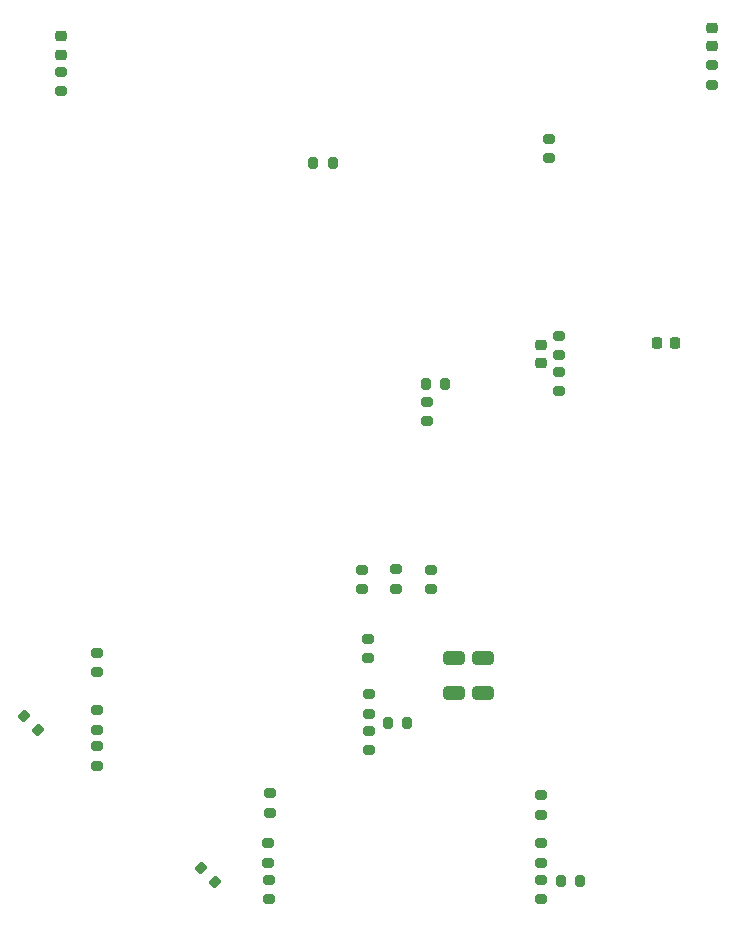
<source format=gbr>
%TF.GenerationSoftware,KiCad,Pcbnew,(6.0.2)*%
%TF.CreationDate,2022-03-08T08:53:00-06:00*%
%TF.ProjectId,FundamentalsRobot,46756e64-616d-4656-9e74-616c73526f62,rev?*%
%TF.SameCoordinates,Original*%
%TF.FileFunction,Paste,Top*%
%TF.FilePolarity,Positive*%
%FSLAX46Y46*%
G04 Gerber Fmt 4.6, Leading zero omitted, Abs format (unit mm)*
G04 Created by KiCad (PCBNEW (6.0.2)) date 2022-03-08 08:53:00*
%MOMM*%
%LPD*%
G01*
G04 APERTURE LIST*
G04 Aperture macros list*
%AMRoundRect*
0 Rectangle with rounded corners*
0 $1 Rounding radius*
0 $2 $3 $4 $5 $6 $7 $8 $9 X,Y pos of 4 corners*
0 Add a 4 corners polygon primitive as box body*
4,1,4,$2,$3,$4,$5,$6,$7,$8,$9,$2,$3,0*
0 Add four circle primitives for the rounded corners*
1,1,$1+$1,$2,$3*
1,1,$1+$1,$4,$5*
1,1,$1+$1,$6,$7*
1,1,$1+$1,$8,$9*
0 Add four rect primitives between the rounded corners*
20,1,$1+$1,$2,$3,$4,$5,0*
20,1,$1+$1,$4,$5,$6,$7,0*
20,1,$1+$1,$6,$7,$8,$9,0*
20,1,$1+$1,$8,$9,$2,$3,0*%
G04 Aperture macros list end*
%ADD10RoundRect,0.200000X0.275000X-0.200000X0.275000X0.200000X-0.275000X0.200000X-0.275000X-0.200000X0*%
%ADD11RoundRect,0.200000X-0.335876X-0.053033X-0.053033X-0.335876X0.335876X0.053033X0.053033X0.335876X0*%
%ADD12RoundRect,0.200000X-0.275000X0.200000X-0.275000X-0.200000X0.275000X-0.200000X0.275000X0.200000X0*%
%ADD13RoundRect,0.200000X0.200000X0.275000X-0.200000X0.275000X-0.200000X-0.275000X0.200000X-0.275000X0*%
%ADD14RoundRect,0.250000X-0.650000X0.325000X-0.650000X-0.325000X0.650000X-0.325000X0.650000X0.325000X0*%
%ADD15RoundRect,0.225000X0.225000X0.250000X-0.225000X0.250000X-0.225000X-0.250000X0.225000X-0.250000X0*%
%ADD16RoundRect,0.225000X-0.250000X0.225000X-0.250000X-0.225000X0.250000X-0.225000X0.250000X0.225000X0*%
%ADD17RoundRect,0.225000X0.250000X-0.225000X0.250000X0.225000X-0.250000X0.225000X-0.250000X-0.225000X0*%
G04 APERTURE END LIST*
D10*
%TO.C,R13*%
X103015000Y-65170000D03*
X103015000Y-63520000D03*
%TD*%
D11*
%TO.C,R17*%
X114916637Y-130916637D03*
X116083363Y-132083363D03*
%TD*%
D12*
%TO.C,R4*%
X145210000Y-85845000D03*
X145210000Y-87495000D03*
%TD*%
D13*
%TO.C,R27*%
X147005000Y-132045000D03*
X145355000Y-132045000D03*
%TD*%
D14*
%TO.C,C4*%
X136290000Y-113145000D03*
X136290000Y-116095000D03*
%TD*%
D13*
%TO.C,R10*%
X135555000Y-89925000D03*
X133905000Y-89925000D03*
%TD*%
D10*
%TO.C,R24*%
X134380000Y-107320000D03*
X134380000Y-105670000D03*
%TD*%
D15*
%TO.C,C2*%
X155025000Y-86430000D03*
X153475000Y-86430000D03*
%TD*%
D10*
%TO.C,R23*%
X131420000Y-107290000D03*
X131420000Y-105640000D03*
%TD*%
%TO.C,R18*%
X120720000Y-126235000D03*
X120720000Y-124585000D03*
%TD*%
%TO.C,R26*%
X143710000Y-126400000D03*
X143710000Y-124750000D03*
%TD*%
D12*
%TO.C,R25*%
X143670000Y-131900000D03*
X143670000Y-133550000D03*
%TD*%
D13*
%TO.C,R3*%
X126035000Y-71190000D03*
X124385000Y-71190000D03*
%TD*%
D16*
%TO.C,C3*%
X103020000Y-60490000D03*
X103020000Y-62040000D03*
%TD*%
D17*
%TO.C,C1*%
X143640000Y-88145000D03*
X143640000Y-86595000D03*
%TD*%
D13*
%TO.C,R14*%
X132375000Y-118645000D03*
X130725000Y-118645000D03*
%TD*%
D14*
%TO.C,C6*%
X138800000Y-113150000D03*
X138800000Y-116100000D03*
%TD*%
D10*
%TO.C,R20*%
X120590000Y-130490000D03*
X120590000Y-128840000D03*
%TD*%
D12*
%TO.C,R6*%
X106060000Y-120595000D03*
X106060000Y-122245000D03*
%TD*%
%TO.C,R16*%
X158195000Y-62965000D03*
X158195000Y-64615000D03*
%TD*%
%TO.C,R9*%
X129100000Y-119275000D03*
X129100000Y-120925000D03*
%TD*%
D10*
%TO.C,R2*%
X106060000Y-114325000D03*
X106060000Y-112675000D03*
%TD*%
%TO.C,R7*%
X106060000Y-119225000D03*
X106060000Y-117575000D03*
%TD*%
%TO.C,R15*%
X144380000Y-70825000D03*
X144380000Y-69175000D03*
%TD*%
D11*
%TO.C,R1*%
X99896637Y-118041637D03*
X101063363Y-119208363D03*
%TD*%
D12*
%TO.C,R11*%
X134040000Y-91450000D03*
X134040000Y-93100000D03*
%TD*%
D10*
%TO.C,R8*%
X129120000Y-117855000D03*
X129120000Y-116205000D03*
%TD*%
D12*
%TO.C,R5*%
X145210000Y-88905000D03*
X145210000Y-90555000D03*
%TD*%
D10*
%TO.C,R21*%
X143680000Y-130470000D03*
X143680000Y-128820000D03*
%TD*%
D16*
%TO.C,C5*%
X158195000Y-59765000D03*
X158195000Y-61315000D03*
%TD*%
D10*
%TO.C,R22*%
X128530000Y-107320000D03*
X128530000Y-105670000D03*
%TD*%
D12*
%TO.C,R19*%
X120660000Y-131910000D03*
X120660000Y-133560000D03*
%TD*%
D10*
%TO.C,R12*%
X129020000Y-113155000D03*
X129020000Y-111505000D03*
%TD*%
M02*

</source>
